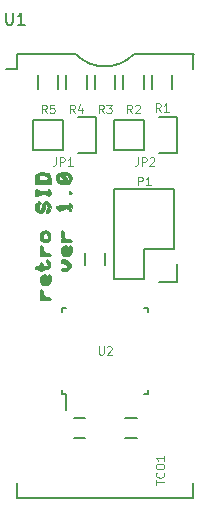
<source format=gto>
G04 #@! TF.FileFunction,Legend,Top*
%FSLAX46Y46*%
G04 Gerber Fmt 4.6, Leading zero omitted, Abs format (unit mm)*
G04 Created by KiCad (PCBNEW 4.0.2-stable) date 6/14/2016 9:54:22 PM*
%MOMM*%
G01*
G04 APERTURE LIST*
%ADD10C,0.100000*%
%ADD11C,0.150000*%
%ADD12C,0.010000*%
G04 APERTURE END LIST*
D10*
D11*
X156058500Y-135009000D02*
X156058500Y-136009000D01*
X157758500Y-136009000D02*
X157758500Y-135009000D01*
X155075000Y-150646500D02*
X156075000Y-150646500D01*
X156075000Y-148946500D02*
X155075000Y-148946500D01*
X160456500Y-148946500D02*
X159456500Y-148946500D01*
X159456500Y-150646500D02*
X160456500Y-150646500D01*
X154178000Y-126238000D02*
X151638000Y-126238000D01*
X156998000Y-126518000D02*
X155448000Y-126518000D01*
X154178000Y-126238000D02*
X154178000Y-123698000D01*
X155448000Y-123418000D02*
X156998000Y-123418000D01*
X156998000Y-123418000D02*
X156998000Y-126518000D01*
X154178000Y-123698000D02*
X151638000Y-123698000D01*
X151638000Y-123698000D02*
X151638000Y-126238000D01*
X161036000Y-126238000D02*
X158496000Y-126238000D01*
X163856000Y-126518000D02*
X162306000Y-126518000D01*
X161036000Y-126238000D02*
X161036000Y-123698000D01*
X162306000Y-123418000D02*
X163856000Y-123418000D01*
X163856000Y-123418000D02*
X163856000Y-126518000D01*
X161036000Y-123698000D02*
X158496000Y-123698000D01*
X158496000Y-123698000D02*
X158496000Y-126238000D01*
X163435000Y-119923000D02*
X163435000Y-121123000D01*
X161685000Y-121123000D02*
X161685000Y-119923000D01*
X159272000Y-121123000D02*
X159272000Y-119923000D01*
X161022000Y-119923000D02*
X161022000Y-121123000D01*
X156859000Y-121123000D02*
X156859000Y-119923000D01*
X158609000Y-119923000D02*
X158609000Y-121123000D01*
X154446000Y-121123000D02*
X154446000Y-119923000D01*
X156196000Y-119923000D02*
X156196000Y-121123000D01*
X153783000Y-119923000D02*
X153783000Y-121123000D01*
X152033000Y-121123000D02*
X152033000Y-119923000D01*
X154109000Y-146881000D02*
X154434000Y-146881000D01*
X154109000Y-139631000D02*
X154434000Y-139631000D01*
X161359000Y-139631000D02*
X161034000Y-139631000D01*
X161359000Y-146881000D02*
X161034000Y-146881000D01*
X154109000Y-146881000D02*
X154109000Y-146556000D01*
X161359000Y-146881000D02*
X161359000Y-146556000D01*
X161359000Y-139631000D02*
X161359000Y-139956000D01*
X154109000Y-139631000D02*
X154109000Y-139956000D01*
X154434000Y-146881000D02*
X154434000Y-148306000D01*
X163576000Y-134620000D02*
X163576000Y-129540000D01*
X163856000Y-137440000D02*
X162306000Y-137440000D01*
X161036000Y-137160000D02*
X161036000Y-134620000D01*
X161036000Y-134620000D02*
X163576000Y-134620000D01*
X163576000Y-129540000D02*
X158496000Y-129540000D01*
X158496000Y-129540000D02*
X158496000Y-134620000D01*
X163856000Y-137440000D02*
X163856000Y-135890000D01*
X158496000Y-137160000D02*
X161036000Y-137160000D01*
X158496000Y-134620000D02*
X158496000Y-137160000D01*
D12*
G36*
X153999482Y-135561625D02*
X154128889Y-135514535D01*
X154262667Y-135509000D01*
X154478399Y-135537351D01*
X154558967Y-135615317D01*
X154559000Y-135617309D01*
X154621526Y-135746262D01*
X154728334Y-135847666D01*
X154865494Y-135983926D01*
X154863648Y-136122113D01*
X154719281Y-136300669D01*
X154683847Y-136334500D01*
X154491666Y-136457753D01*
X154274907Y-136520119D01*
X154085709Y-136516982D01*
X153976210Y-136443728D01*
X153966334Y-136398000D01*
X154040255Y-136296056D01*
X154184048Y-136271000D01*
X154406841Y-136231081D01*
X154539457Y-136132441D01*
X154549867Y-136006754D01*
X154507530Y-135951091D01*
X154340364Y-135870455D01*
X154181574Y-135847666D01*
X154013806Y-135809373D01*
X153966334Y-135678333D01*
X153999482Y-135561625D01*
X153999482Y-135561625D01*
G37*
X153999482Y-135561625D02*
X154128889Y-135514535D01*
X154262667Y-135509000D01*
X154478399Y-135537351D01*
X154558967Y-135615317D01*
X154559000Y-135617309D01*
X154621526Y-135746262D01*
X154728334Y-135847666D01*
X154865494Y-135983926D01*
X154863648Y-136122113D01*
X154719281Y-136300669D01*
X154683847Y-136334500D01*
X154491666Y-136457753D01*
X154274907Y-136520119D01*
X154085709Y-136516982D01*
X153976210Y-136443728D01*
X153966334Y-136398000D01*
X154040255Y-136296056D01*
X154184048Y-136271000D01*
X154406841Y-136231081D01*
X154539457Y-136132441D01*
X154549867Y-136006754D01*
X154507530Y-135951091D01*
X154340364Y-135870455D01*
X154181574Y-135847666D01*
X154013806Y-135809373D01*
X153966334Y-135678333D01*
X153999482Y-135561625D01*
G36*
X153977558Y-134683486D02*
X154081869Y-134471930D01*
X154266389Y-134341552D01*
X154378751Y-134323666D01*
X154491847Y-134355397D01*
X154553031Y-134478707D01*
X154581673Y-134683500D01*
X154614083Y-135043333D01*
X154628875Y-134683500D01*
X154660067Y-134435763D01*
X154732884Y-134330919D01*
X154770667Y-134323666D01*
X154852091Y-134396017D01*
X154892572Y-134573837D01*
X154892087Y-134798281D01*
X154850608Y-135010504D01*
X154771020Y-135149166D01*
X154560118Y-135240773D01*
X154304926Y-135237975D01*
X154273278Y-135223525D01*
X154273278Y-134928082D01*
X154287936Y-134815626D01*
X154288495Y-134789333D01*
X154279343Y-134644737D01*
X154252838Y-134632007D01*
X154249464Y-134639555D01*
X154232715Y-134807634D01*
X154246327Y-134893555D01*
X154273278Y-134928082D01*
X154273278Y-135223525D01*
X154096455Y-135142787D01*
X154087286Y-135134047D01*
X153972888Y-134922199D01*
X153977558Y-134683486D01*
X153977558Y-134683486D01*
G37*
X153977558Y-134683486D02*
X154081869Y-134471930D01*
X154266389Y-134341552D01*
X154378751Y-134323666D01*
X154491847Y-134355397D01*
X154553031Y-134478707D01*
X154581673Y-134683500D01*
X154614083Y-135043333D01*
X154628875Y-134683500D01*
X154660067Y-134435763D01*
X154732884Y-134330919D01*
X154770667Y-134323666D01*
X154852091Y-134396017D01*
X154892572Y-134573837D01*
X154892087Y-134798281D01*
X154850608Y-135010504D01*
X154771020Y-135149166D01*
X154560118Y-135240773D01*
X154304926Y-135237975D01*
X154273278Y-135223525D01*
X154273278Y-134928082D01*
X154287936Y-134815626D01*
X154288495Y-134789333D01*
X154279343Y-134644737D01*
X154252838Y-134632007D01*
X154249464Y-134639555D01*
X154232715Y-134807634D01*
X154246327Y-134893555D01*
X154273278Y-134928082D01*
X154273278Y-135223525D01*
X154096455Y-135142787D01*
X154087286Y-135134047D01*
X153972888Y-134922199D01*
X153977558Y-134683486D01*
G36*
X153969961Y-133284312D02*
X154016296Y-133117558D01*
X154093334Y-133053666D01*
X154193098Y-133127555D01*
X154220334Y-133313714D01*
X154282967Y-133600631D01*
X154462109Y-133771766D01*
X154679953Y-133815666D01*
X154854713Y-133858788D01*
X154897667Y-133942666D01*
X154855860Y-134019255D01*
X154709164Y-134058686D01*
X154432000Y-134069666D01*
X154146085Y-134056927D01*
X154000421Y-134013986D01*
X153966334Y-133949722D01*
X154030349Y-133813764D01*
X154072167Y-133787073D01*
X154134559Y-133748819D01*
X154072167Y-133737684D01*
X153995836Y-133660965D01*
X153962454Y-133487644D01*
X153969961Y-133284312D01*
X153969961Y-133284312D01*
G37*
X153969961Y-133284312D02*
X154016296Y-133117558D01*
X154093334Y-133053666D01*
X154193098Y-133127555D01*
X154220334Y-133313714D01*
X154282967Y-133600631D01*
X154462109Y-133771766D01*
X154679953Y-133815666D01*
X154854713Y-133858788D01*
X154897667Y-133942666D01*
X154855860Y-134019255D01*
X154709164Y-134058686D01*
X154432000Y-134069666D01*
X154146085Y-134056927D01*
X154000421Y-134013986D01*
X153966334Y-133949722D01*
X154030349Y-133813764D01*
X154072167Y-133787073D01*
X154134559Y-133748819D01*
X154072167Y-133737684D01*
X153995836Y-133660965D01*
X153962454Y-133487644D01*
X153969961Y-133284312D01*
G36*
X153689410Y-130960097D02*
X153962492Y-130938255D01*
X154093334Y-130937000D01*
X154380916Y-130925037D01*
X154577810Y-130893348D01*
X154643667Y-130852333D01*
X154712243Y-130777219D01*
X154770667Y-130767666D01*
X154858974Y-130823590D01*
X154895362Y-131008969D01*
X154897667Y-131106333D01*
X154876696Y-131341818D01*
X154807178Y-131438853D01*
X154770667Y-131445000D01*
X154658418Y-131377227D01*
X154643667Y-131318000D01*
X154575328Y-131223331D01*
X154411634Y-131189214D01*
X154214567Y-131213601D01*
X154046108Y-131294446D01*
X154002767Y-131339166D01*
X153915982Y-131432218D01*
X153831792Y-131411670D01*
X153718266Y-131300373D01*
X153580640Y-131128230D01*
X153566573Y-131019113D01*
X153689410Y-130960097D01*
X153689410Y-130960097D01*
G37*
X153689410Y-130960097D02*
X153962492Y-130938255D01*
X154093334Y-130937000D01*
X154380916Y-130925037D01*
X154577810Y-130893348D01*
X154643667Y-130852333D01*
X154712243Y-130777219D01*
X154770667Y-130767666D01*
X154858974Y-130823590D01*
X154895362Y-131008969D01*
X154897667Y-131106333D01*
X154876696Y-131341818D01*
X154807178Y-131438853D01*
X154770667Y-131445000D01*
X154658418Y-131377227D01*
X154643667Y-131318000D01*
X154575328Y-131223331D01*
X154411634Y-131189214D01*
X154214567Y-131213601D01*
X154046108Y-131294446D01*
X154002767Y-131339166D01*
X153915982Y-131432218D01*
X153831792Y-131411670D01*
X153718266Y-131300373D01*
X153580640Y-131128230D01*
X153566573Y-131019113D01*
X153689410Y-130960097D01*
G36*
X154711440Y-129766418D02*
X154770667Y-129751666D01*
X154882915Y-129819439D01*
X154897667Y-129878666D01*
X154829894Y-129990915D01*
X154770667Y-130005666D01*
X154658418Y-129937894D01*
X154643667Y-129878666D01*
X154711440Y-129766418D01*
X154711440Y-129766418D01*
G37*
X154711440Y-129766418D02*
X154770667Y-129751666D01*
X154882915Y-129819439D01*
X154897667Y-129878666D01*
X154829894Y-129990915D01*
X154770667Y-130005666D01*
X154658418Y-129937894D01*
X154643667Y-129878666D01*
X154711440Y-129766418D01*
G36*
X153659596Y-128268396D02*
X153663953Y-128263952D01*
X153835412Y-128184132D01*
X154102510Y-128146358D01*
X154396855Y-128150630D01*
X154650057Y-128196947D01*
X154776714Y-128263952D01*
X154853758Y-128407070D01*
X154892348Y-128603284D01*
X154888831Y-128788042D01*
X154839554Y-128896793D01*
X154813000Y-128905000D01*
X154737886Y-128973576D01*
X154728334Y-129032000D01*
X154655581Y-129121200D01*
X154604199Y-129133654D01*
X154604199Y-128778082D01*
X154640177Y-128737725D01*
X154643667Y-128614714D01*
X154614388Y-128454895D01*
X154491944Y-128401026D01*
X154410834Y-128398296D01*
X154271691Y-128417398D01*
X154263077Y-128461539D01*
X154263429Y-128461796D01*
X154386081Y-128568860D01*
X154496263Y-128678214D01*
X154604199Y-128778082D01*
X154604199Y-129133654D01*
X154471786Y-129165749D01*
X154228643Y-129167801D01*
X154054849Y-129141267D01*
X154054849Y-128820333D01*
X154312697Y-128820333D01*
X154101030Y-128608666D01*
X153948444Y-128467855D01*
X153850203Y-128398510D01*
X153843182Y-128397000D01*
X153808431Y-128469640D01*
X153797000Y-128608666D01*
X153823779Y-128759132D01*
X153938274Y-128814843D01*
X154054849Y-128820333D01*
X154054849Y-129141267D01*
X153977847Y-129129510D01*
X153771092Y-129053028D01*
X153688817Y-128988699D01*
X153567672Y-128747756D01*
X153557102Y-128483472D01*
X153659596Y-128268396D01*
X153659596Y-128268396D01*
G37*
X153659596Y-128268396D02*
X153663953Y-128263952D01*
X153835412Y-128184132D01*
X154102510Y-128146358D01*
X154396855Y-128150630D01*
X154650057Y-128196947D01*
X154776714Y-128263952D01*
X154853758Y-128407070D01*
X154892348Y-128603284D01*
X154888831Y-128788042D01*
X154839554Y-128896793D01*
X154813000Y-128905000D01*
X154737886Y-128973576D01*
X154728334Y-129032000D01*
X154655581Y-129121200D01*
X154604199Y-129133654D01*
X154604199Y-128778082D01*
X154640177Y-128737725D01*
X154643667Y-128614714D01*
X154614388Y-128454895D01*
X154491944Y-128401026D01*
X154410834Y-128398296D01*
X154271691Y-128417398D01*
X154263077Y-128461539D01*
X154263429Y-128461796D01*
X154386081Y-128568860D01*
X154496263Y-128678214D01*
X154604199Y-128778082D01*
X154604199Y-129133654D01*
X154471786Y-129165749D01*
X154228643Y-129167801D01*
X154054849Y-129141267D01*
X154054849Y-128820333D01*
X154312697Y-128820333D01*
X154101030Y-128608666D01*
X153948444Y-128467855D01*
X153850203Y-128398510D01*
X153843182Y-128397000D01*
X153808431Y-128469640D01*
X153797000Y-128608666D01*
X153823779Y-128759132D01*
X153938274Y-128814843D01*
X154054849Y-128820333D01*
X154054849Y-129141267D01*
X153977847Y-129129510D01*
X153771092Y-129053028D01*
X153688817Y-128988699D01*
X153567672Y-128747756D01*
X153557102Y-128483472D01*
X153659596Y-128268396D01*
G36*
X152199345Y-138217869D02*
X152257195Y-138079306D01*
X152315334Y-138049000D01*
X152417277Y-138122922D01*
X152442334Y-138266714D01*
X152487612Y-138481518D01*
X152563286Y-138605381D01*
X152738968Y-138699561D01*
X152901953Y-138726333D01*
X153076713Y-138769454D01*
X153119667Y-138853333D01*
X153077860Y-138929922D01*
X152931164Y-138969353D01*
X152654000Y-138980333D01*
X152368085Y-138967594D01*
X152222421Y-138924653D01*
X152188334Y-138860389D01*
X152252349Y-138724430D01*
X152294167Y-138697740D01*
X152356559Y-138659486D01*
X152294167Y-138648351D01*
X152215347Y-138572714D01*
X152184568Y-138405779D01*
X152199345Y-138217869D01*
X152199345Y-138217869D01*
G37*
X152199345Y-138217869D02*
X152257195Y-138079306D01*
X152315334Y-138049000D01*
X152417277Y-138122922D01*
X152442334Y-138266714D01*
X152487612Y-138481518D01*
X152563286Y-138605381D01*
X152738968Y-138699561D01*
X152901953Y-138726333D01*
X153076713Y-138769454D01*
X153119667Y-138853333D01*
X153077860Y-138929922D01*
X152931164Y-138969353D01*
X152654000Y-138980333D01*
X152368085Y-138967594D01*
X152222421Y-138924653D01*
X152188334Y-138860389D01*
X152252349Y-138724430D01*
X152294167Y-138697740D01*
X152356559Y-138659486D01*
X152294167Y-138648351D01*
X152215347Y-138572714D01*
X152184568Y-138405779D01*
X152199345Y-138217869D01*
G36*
X152199558Y-137138819D02*
X152303869Y-136927263D01*
X152488389Y-136796885D01*
X152600751Y-136779000D01*
X152713847Y-136810730D01*
X152775031Y-136934040D01*
X152803673Y-137138833D01*
X152836083Y-137498666D01*
X152850875Y-137138833D01*
X152882067Y-136891096D01*
X152954884Y-136786252D01*
X152992667Y-136779000D01*
X153074091Y-136851350D01*
X153114572Y-137029170D01*
X153114087Y-137253614D01*
X153072608Y-137465837D01*
X152993020Y-137604500D01*
X152782118Y-137696106D01*
X152526926Y-137693309D01*
X152495278Y-137678859D01*
X152495278Y-137383416D01*
X152509936Y-137270959D01*
X152510495Y-137244666D01*
X152501343Y-137100071D01*
X152474838Y-137087340D01*
X152471464Y-137094888D01*
X152454715Y-137262968D01*
X152468327Y-137348888D01*
X152495278Y-137383416D01*
X152495278Y-137678859D01*
X152318455Y-137598120D01*
X152309286Y-137589381D01*
X152194888Y-137377532D01*
X152199558Y-137138819D01*
X152199558Y-137138819D01*
G37*
X152199558Y-137138819D02*
X152303869Y-136927263D01*
X152488389Y-136796885D01*
X152600751Y-136779000D01*
X152713847Y-136810730D01*
X152775031Y-136934040D01*
X152803673Y-137138833D01*
X152836083Y-137498666D01*
X152850875Y-137138833D01*
X152882067Y-136891096D01*
X152954884Y-136786252D01*
X152992667Y-136779000D01*
X153074091Y-136851350D01*
X153114572Y-137029170D01*
X153114087Y-137253614D01*
X153072608Y-137465837D01*
X152993020Y-137604500D01*
X152782118Y-137696106D01*
X152526926Y-137693309D01*
X152495278Y-137678859D01*
X152495278Y-137383416D01*
X152509936Y-137270959D01*
X152510495Y-137244666D01*
X152501343Y-137100071D01*
X152474838Y-137087340D01*
X152471464Y-137094888D01*
X152454715Y-137262968D01*
X152468327Y-137348888D01*
X152495278Y-137383416D01*
X152495278Y-137678859D01*
X152318455Y-137598120D01*
X152309286Y-137589381D01*
X152194888Y-137377532D01*
X152199558Y-137138819D01*
G36*
X151838601Y-136126523D02*
X151976667Y-136101666D01*
X152142648Y-136061980D01*
X152188334Y-135932333D01*
X152241273Y-135794429D01*
X152315334Y-135763000D01*
X152418762Y-135833586D01*
X152442334Y-135932333D01*
X152491942Y-136065118D01*
X152654000Y-136101666D01*
X152824239Y-136057506D01*
X152865667Y-135974666D01*
X152819949Y-135861995D01*
X152781000Y-135847666D01*
X152712210Y-135776754D01*
X152696334Y-135678333D01*
X152749273Y-135540429D01*
X152823334Y-135509000D01*
X152935582Y-135576773D01*
X152950334Y-135636000D01*
X152996051Y-135748672D01*
X153035000Y-135763000D01*
X153103797Y-135829172D01*
X153111124Y-135981712D01*
X153062929Y-136151649D01*
X152993020Y-136249833D01*
X152817316Y-136332657D01*
X152657574Y-136355666D01*
X152496757Y-136384210D01*
X152442334Y-136440333D01*
X152373757Y-136515448D01*
X152315334Y-136525000D01*
X152202662Y-136479282D01*
X152188334Y-136440333D01*
X152115877Y-136376687D01*
X151976667Y-136355666D01*
X151806428Y-136311506D01*
X151765000Y-136228666D01*
X151838601Y-136126523D01*
X151838601Y-136126523D01*
G37*
X151838601Y-136126523D02*
X151976667Y-136101666D01*
X152142648Y-136061980D01*
X152188334Y-135932333D01*
X152241273Y-135794429D01*
X152315334Y-135763000D01*
X152418762Y-135833586D01*
X152442334Y-135932333D01*
X152491942Y-136065118D01*
X152654000Y-136101666D01*
X152824239Y-136057506D01*
X152865667Y-135974666D01*
X152819949Y-135861995D01*
X152781000Y-135847666D01*
X152712210Y-135776754D01*
X152696334Y-135678333D01*
X152749273Y-135540429D01*
X152823334Y-135509000D01*
X152935582Y-135576773D01*
X152950334Y-135636000D01*
X152996051Y-135748672D01*
X153035000Y-135763000D01*
X153103797Y-135829172D01*
X153111124Y-135981712D01*
X153062929Y-136151649D01*
X152993020Y-136249833D01*
X152817316Y-136332657D01*
X152657574Y-136355666D01*
X152496757Y-136384210D01*
X152442334Y-136440333D01*
X152373757Y-136515448D01*
X152315334Y-136525000D01*
X152202662Y-136479282D01*
X152188334Y-136440333D01*
X152115877Y-136376687D01*
X151976667Y-136355666D01*
X151806428Y-136311506D01*
X151765000Y-136228666D01*
X151838601Y-136126523D01*
G36*
X152199345Y-134492535D02*
X152257195Y-134353973D01*
X152315334Y-134323666D01*
X152417277Y-134397588D01*
X152442334Y-134541381D01*
X152487612Y-134756185D01*
X152563286Y-134880047D01*
X152738968Y-134974228D01*
X152901953Y-135001000D01*
X153076713Y-135044121D01*
X153119667Y-135128000D01*
X153077860Y-135204588D01*
X152931164Y-135244019D01*
X152654000Y-135255000D01*
X152368085Y-135242260D01*
X152222421Y-135199320D01*
X152188334Y-135135055D01*
X152252349Y-134999097D01*
X152294167Y-134972406D01*
X152356559Y-134934153D01*
X152294167Y-134923017D01*
X152215347Y-134847380D01*
X152184568Y-134680445D01*
X152199345Y-134492535D01*
X152199345Y-134492535D01*
G37*
X152199345Y-134492535D02*
X152257195Y-134353973D01*
X152315334Y-134323666D01*
X152417277Y-134397588D01*
X152442334Y-134541381D01*
X152487612Y-134756185D01*
X152563286Y-134880047D01*
X152738968Y-134974228D01*
X152901953Y-135001000D01*
X153076713Y-135044121D01*
X153119667Y-135128000D01*
X153077860Y-135204588D01*
X152931164Y-135244019D01*
X152654000Y-135255000D01*
X152368085Y-135242260D01*
X152222421Y-135199320D01*
X152188334Y-135135055D01*
X152252349Y-134999097D01*
X152294167Y-134972406D01*
X152356559Y-134934153D01*
X152294167Y-134923017D01*
X152215347Y-134847380D01*
X152184568Y-134680445D01*
X152199345Y-134492535D01*
G36*
X152225245Y-133333832D02*
X152309286Y-133174619D01*
X152514236Y-133072655D01*
X152768503Y-133067692D01*
X152982608Y-133159731D01*
X152998714Y-133174619D01*
X153089272Y-133360044D01*
X153111700Y-133612118D01*
X153066590Y-133848993D01*
X152993020Y-133963833D01*
X152782118Y-134055439D01*
X152654000Y-134054035D01*
X152654000Y-133815666D01*
X152805272Y-133788329D01*
X152860612Y-133672121D01*
X152865667Y-133561666D01*
X152842886Y-133380140D01*
X152746046Y-133313732D01*
X152654000Y-133307666D01*
X152502728Y-133335004D01*
X152447388Y-133451212D01*
X152442334Y-133561666D01*
X152465115Y-133743193D01*
X152561955Y-133809601D01*
X152654000Y-133815666D01*
X152654000Y-134054035D01*
X152526926Y-134052642D01*
X152318455Y-133957454D01*
X152309286Y-133948714D01*
X152222503Y-133780725D01*
X152188334Y-133561666D01*
X152225245Y-133333832D01*
X152225245Y-133333832D01*
G37*
X152225245Y-133333832D02*
X152309286Y-133174619D01*
X152514236Y-133072655D01*
X152768503Y-133067692D01*
X152982608Y-133159731D01*
X152998714Y-133174619D01*
X153089272Y-133360044D01*
X153111700Y-133612118D01*
X153066590Y-133848993D01*
X152993020Y-133963833D01*
X152782118Y-134055439D01*
X152654000Y-134054035D01*
X152654000Y-133815666D01*
X152805272Y-133788329D01*
X152860612Y-133672121D01*
X152865667Y-133561666D01*
X152842886Y-133380140D01*
X152746046Y-133313732D01*
X152654000Y-133307666D01*
X152502728Y-133335004D01*
X152447388Y-133451212D01*
X152442334Y-133561666D01*
X152465115Y-133743193D01*
X152561955Y-133809601D01*
X152654000Y-133815666D01*
X152654000Y-134054035D01*
X152526926Y-134052642D01*
X152318455Y-133957454D01*
X152309286Y-133948714D01*
X152222503Y-133780725D01*
X152188334Y-133561666D01*
X152225245Y-133333832D01*
G36*
X151769702Y-130909617D02*
X151835026Y-130785716D01*
X151892000Y-130767666D01*
X152004672Y-130721949D01*
X152019000Y-130683000D01*
X152087577Y-130607885D01*
X152146000Y-130598333D01*
X152258249Y-130666106D01*
X152273000Y-130725333D01*
X152227283Y-130838005D01*
X152188334Y-130852333D01*
X152128886Y-130925906D01*
X152103673Y-131103173D01*
X152103667Y-131106333D01*
X152141531Y-131307985D01*
X152230667Y-131360333D01*
X152330431Y-131286444D01*
X152357667Y-131100286D01*
X152415084Y-130828378D01*
X152567106Y-130648745D01*
X152738667Y-130598333D01*
X152925356Y-130671655D01*
X153058248Y-130855105D01*
X153122038Y-131093912D01*
X153101418Y-131333304D01*
X152993020Y-131508500D01*
X152826669Y-131605665D01*
X152718808Y-131574537D01*
X152696334Y-131487333D01*
X152742051Y-131374661D01*
X152781000Y-131360333D01*
X152840447Y-131286761D01*
X152865660Y-131109493D01*
X152865667Y-131106333D01*
X152827803Y-130904681D01*
X152738667Y-130852333D01*
X152638903Y-130926222D01*
X152611667Y-131112381D01*
X152554222Y-131397490D01*
X152403366Y-131565276D01*
X152191314Y-131598774D01*
X151950284Y-131481022D01*
X151935301Y-131468517D01*
X151823377Y-131308266D01*
X151766998Y-131102883D01*
X151769702Y-130909617D01*
X151769702Y-130909617D01*
G37*
X151769702Y-130909617D02*
X151835026Y-130785716D01*
X151892000Y-130767666D01*
X152004672Y-130721949D01*
X152019000Y-130683000D01*
X152087577Y-130607885D01*
X152146000Y-130598333D01*
X152258249Y-130666106D01*
X152273000Y-130725333D01*
X152227283Y-130838005D01*
X152188334Y-130852333D01*
X152128886Y-130925906D01*
X152103673Y-131103173D01*
X152103667Y-131106333D01*
X152141531Y-131307985D01*
X152230667Y-131360333D01*
X152330431Y-131286444D01*
X152357667Y-131100286D01*
X152415084Y-130828378D01*
X152567106Y-130648745D01*
X152738667Y-130598333D01*
X152925356Y-130671655D01*
X153058248Y-130855105D01*
X153122038Y-131093912D01*
X153101418Y-131333304D01*
X152993020Y-131508500D01*
X152826669Y-131605665D01*
X152718808Y-131574537D01*
X152696334Y-131487333D01*
X152742051Y-131374661D01*
X152781000Y-131360333D01*
X152840447Y-131286761D01*
X152865660Y-131109493D01*
X152865667Y-131106333D01*
X152827803Y-130904681D01*
X152738667Y-130852333D01*
X152638903Y-130926222D01*
X152611667Y-131112381D01*
X152554222Y-131397490D01*
X152403366Y-131565276D01*
X152191314Y-131598774D01*
X151950284Y-131481022D01*
X151935301Y-131468517D01*
X151823377Y-131308266D01*
X151766998Y-131102883D01*
X151769702Y-130909617D01*
G36*
X151783942Y-129674427D02*
X151857889Y-129592020D01*
X151934334Y-129582333D01*
X152071914Y-129617789D01*
X152103667Y-129667000D01*
X152179341Y-129717493D01*
X152370805Y-129747782D01*
X152484667Y-129751666D01*
X152711886Y-129734850D01*
X152848184Y-129692303D01*
X152865667Y-129667000D01*
X152934243Y-129591885D01*
X152992667Y-129582333D01*
X153086598Y-129646593D01*
X153119437Y-129851678D01*
X153119667Y-129878666D01*
X153092127Y-130097840D01*
X153004233Y-130174464D01*
X152992667Y-130175000D01*
X152879995Y-130129282D01*
X152865667Y-130090333D01*
X152789993Y-130039840D01*
X152598529Y-130009551D01*
X152484667Y-130005666D01*
X152257447Y-130022483D01*
X152121149Y-130065030D01*
X152103667Y-130090333D01*
X152032754Y-130159123D01*
X151934334Y-130175000D01*
X151817625Y-130141852D01*
X151770535Y-130012444D01*
X151765000Y-129878666D01*
X151783942Y-129674427D01*
X151783942Y-129674427D01*
G37*
X151783942Y-129674427D02*
X151857889Y-129592020D01*
X151934334Y-129582333D01*
X152071914Y-129617789D01*
X152103667Y-129667000D01*
X152179341Y-129717493D01*
X152370805Y-129747782D01*
X152484667Y-129751666D01*
X152711886Y-129734850D01*
X152848184Y-129692303D01*
X152865667Y-129667000D01*
X152934243Y-129591885D01*
X152992667Y-129582333D01*
X153086598Y-129646593D01*
X153119437Y-129851678D01*
X153119667Y-129878666D01*
X153092127Y-130097840D01*
X153004233Y-130174464D01*
X152992667Y-130175000D01*
X152879995Y-130129282D01*
X152865667Y-130090333D01*
X152789993Y-130039840D01*
X152598529Y-130009551D01*
X152484667Y-130005666D01*
X152257447Y-130022483D01*
X152121149Y-130065030D01*
X152103667Y-130090333D01*
X152032754Y-130159123D01*
X151934334Y-130175000D01*
X151817625Y-130141852D01*
X151770535Y-130012444D01*
X151765000Y-129878666D01*
X151783942Y-129674427D01*
G36*
X151812614Y-128341365D02*
X151887361Y-128312333D01*
X152002979Y-128268024D01*
X152019000Y-128227666D01*
X152092870Y-128171011D01*
X152277580Y-128144791D01*
X152517783Y-128146956D01*
X152758133Y-128175458D01*
X152943281Y-128228246D01*
X152998714Y-128263952D01*
X153076939Y-128428205D01*
X153117342Y-128691734D01*
X153119667Y-128775514D01*
X153119667Y-129166123D01*
X152484667Y-129142193D01*
X152484667Y-128820333D01*
X152719774Y-128811560D01*
X152831165Y-128768437D01*
X152864212Y-128665758D01*
X152865667Y-128608666D01*
X152849875Y-128478051D01*
X152772253Y-128416167D01*
X152587431Y-128397808D01*
X152484667Y-128397000D01*
X152249560Y-128405773D01*
X152138168Y-128448896D01*
X152105122Y-128551575D01*
X152103667Y-128608666D01*
X152119458Y-128739282D01*
X152197080Y-128801166D01*
X152381903Y-128819525D01*
X152484667Y-128820333D01*
X152484667Y-129142193D01*
X152463500Y-129141395D01*
X151807334Y-129116666D01*
X151781528Y-128714500D01*
X151777140Y-128463049D01*
X151812614Y-128341365D01*
X151812614Y-128341365D01*
G37*
X151812614Y-128341365D02*
X151887361Y-128312333D01*
X152002979Y-128268024D01*
X152019000Y-128227666D01*
X152092870Y-128171011D01*
X152277580Y-128144791D01*
X152517783Y-128146956D01*
X152758133Y-128175458D01*
X152943281Y-128228246D01*
X152998714Y-128263952D01*
X153076939Y-128428205D01*
X153117342Y-128691734D01*
X153119667Y-128775514D01*
X153119667Y-129166123D01*
X152484667Y-129142193D01*
X152484667Y-128820333D01*
X152719774Y-128811560D01*
X152831165Y-128768437D01*
X152864212Y-128665758D01*
X152865667Y-128608666D01*
X152849875Y-128478051D01*
X152772253Y-128416167D01*
X152587431Y-128397808D01*
X152484667Y-128397000D01*
X152249560Y-128405773D01*
X152138168Y-128448896D01*
X152105122Y-128551575D01*
X152103667Y-128608666D01*
X152119458Y-128739282D01*
X152197080Y-128801166D01*
X152381903Y-128819525D01*
X152484667Y-128820333D01*
X152484667Y-129142193D01*
X152463500Y-129141395D01*
X151807334Y-129116666D01*
X151781528Y-128714500D01*
X151777140Y-128463049D01*
X151812614Y-128341365D01*
D11*
X150266400Y-118110000D02*
X155244800Y-118110000D01*
X165227000Y-118110000D02*
X160172400Y-118110000D01*
X155295600Y-118186200D02*
G75*
G03X160147000Y-118160800I2413000J2438400D01*
G01*
X150249000Y-118101000D02*
X150249000Y-119371000D01*
X165219000Y-118101000D02*
X165219000Y-119371000D01*
X165219000Y-155711000D02*
X165219000Y-154441000D01*
X150249000Y-155711000D02*
X150249000Y-154441000D01*
X150249000Y-155711000D02*
X165219000Y-155711000D01*
X150249000Y-119371000D02*
X149314000Y-119371000D01*
D10*
X153594667Y-126870667D02*
X153594667Y-127370667D01*
X153561333Y-127470667D01*
X153494667Y-127537333D01*
X153394667Y-127570667D01*
X153328000Y-127570667D01*
X153928000Y-127570667D02*
X153928000Y-126870667D01*
X154194666Y-126870667D01*
X154261333Y-126904000D01*
X154294666Y-126937333D01*
X154328000Y-127004000D01*
X154328000Y-127104000D01*
X154294666Y-127170667D01*
X154261333Y-127204000D01*
X154194666Y-127237333D01*
X153928000Y-127237333D01*
X154994666Y-127570667D02*
X154594666Y-127570667D01*
X154794666Y-127570667D02*
X154794666Y-126870667D01*
X154728000Y-126970667D01*
X154661333Y-127037333D01*
X154594666Y-127070667D01*
X160516167Y-126870667D02*
X160516167Y-127370667D01*
X160482833Y-127470667D01*
X160416167Y-127537333D01*
X160316167Y-127570667D01*
X160249500Y-127570667D01*
X160849500Y-127570667D02*
X160849500Y-126870667D01*
X161116166Y-126870667D01*
X161182833Y-126904000D01*
X161216166Y-126937333D01*
X161249500Y-127004000D01*
X161249500Y-127104000D01*
X161216166Y-127170667D01*
X161182833Y-127204000D01*
X161116166Y-127237333D01*
X160849500Y-127237333D01*
X161516166Y-126937333D02*
X161549500Y-126904000D01*
X161616166Y-126870667D01*
X161782833Y-126870667D01*
X161849500Y-126904000D01*
X161882833Y-126937333D01*
X161916166Y-127004000D01*
X161916166Y-127070667D01*
X161882833Y-127170667D01*
X161482833Y-127570667D01*
X161916166Y-127570667D01*
X162443334Y-122998667D02*
X162210000Y-122665333D01*
X162043334Y-122998667D02*
X162043334Y-122298667D01*
X162310000Y-122298667D01*
X162376667Y-122332000D01*
X162410000Y-122365333D01*
X162443334Y-122432000D01*
X162443334Y-122532000D01*
X162410000Y-122598667D01*
X162376667Y-122632000D01*
X162310000Y-122665333D01*
X162043334Y-122665333D01*
X163110000Y-122998667D02*
X162710000Y-122998667D01*
X162910000Y-122998667D02*
X162910000Y-122298667D01*
X162843334Y-122398667D01*
X162776667Y-122465333D01*
X162710000Y-122498667D01*
X160030334Y-123125667D02*
X159797000Y-122792333D01*
X159630334Y-123125667D02*
X159630334Y-122425667D01*
X159897000Y-122425667D01*
X159963667Y-122459000D01*
X159997000Y-122492333D01*
X160030334Y-122559000D01*
X160030334Y-122659000D01*
X159997000Y-122725667D01*
X159963667Y-122759000D01*
X159897000Y-122792333D01*
X159630334Y-122792333D01*
X160297000Y-122492333D02*
X160330334Y-122459000D01*
X160397000Y-122425667D01*
X160563667Y-122425667D01*
X160630334Y-122459000D01*
X160663667Y-122492333D01*
X160697000Y-122559000D01*
X160697000Y-122625667D01*
X160663667Y-122725667D01*
X160263667Y-123125667D01*
X160697000Y-123125667D01*
X157617334Y-123125667D02*
X157384000Y-122792333D01*
X157217334Y-123125667D02*
X157217334Y-122425667D01*
X157484000Y-122425667D01*
X157550667Y-122459000D01*
X157584000Y-122492333D01*
X157617334Y-122559000D01*
X157617334Y-122659000D01*
X157584000Y-122725667D01*
X157550667Y-122759000D01*
X157484000Y-122792333D01*
X157217334Y-122792333D01*
X157850667Y-122425667D02*
X158284000Y-122425667D01*
X158050667Y-122692333D01*
X158150667Y-122692333D01*
X158217334Y-122725667D01*
X158250667Y-122759000D01*
X158284000Y-122825667D01*
X158284000Y-122992333D01*
X158250667Y-123059000D01*
X158217334Y-123092333D01*
X158150667Y-123125667D01*
X157950667Y-123125667D01*
X157884000Y-123092333D01*
X157850667Y-123059000D01*
X155204334Y-123125667D02*
X154971000Y-122792333D01*
X154804334Y-123125667D02*
X154804334Y-122425667D01*
X155071000Y-122425667D01*
X155137667Y-122459000D01*
X155171000Y-122492333D01*
X155204334Y-122559000D01*
X155204334Y-122659000D01*
X155171000Y-122725667D01*
X155137667Y-122759000D01*
X155071000Y-122792333D01*
X154804334Y-122792333D01*
X155804334Y-122659000D02*
X155804334Y-123125667D01*
X155637667Y-122392333D02*
X155471000Y-122892333D01*
X155904334Y-122892333D01*
X152791334Y-123125667D02*
X152558000Y-122792333D01*
X152391334Y-123125667D02*
X152391334Y-122425667D01*
X152658000Y-122425667D01*
X152724667Y-122459000D01*
X152758000Y-122492333D01*
X152791334Y-122559000D01*
X152791334Y-122659000D01*
X152758000Y-122725667D01*
X152724667Y-122759000D01*
X152658000Y-122792333D01*
X152391334Y-122792333D01*
X153424667Y-122425667D02*
X153091334Y-122425667D01*
X153058000Y-122759000D01*
X153091334Y-122725667D01*
X153158000Y-122692333D01*
X153324667Y-122692333D01*
X153391334Y-122725667D01*
X153424667Y-122759000D01*
X153458000Y-122825667D01*
X153458000Y-122992333D01*
X153424667Y-123059000D01*
X153391334Y-123092333D01*
X153324667Y-123125667D01*
X153158000Y-123125667D01*
X153091334Y-123092333D01*
X153058000Y-123059000D01*
X157200667Y-142872667D02*
X157200667Y-143439333D01*
X157234000Y-143506000D01*
X157267333Y-143539333D01*
X157334000Y-143572667D01*
X157467333Y-143572667D01*
X157534000Y-143539333D01*
X157567333Y-143506000D01*
X157600667Y-143439333D01*
X157600667Y-142872667D01*
X157900666Y-142939333D02*
X157934000Y-142906000D01*
X158000666Y-142872667D01*
X158167333Y-142872667D01*
X158234000Y-142906000D01*
X158267333Y-142939333D01*
X158300666Y-143006000D01*
X158300666Y-143072667D01*
X158267333Y-143172667D01*
X157867333Y-143572667D01*
X158300666Y-143572667D01*
X162049667Y-154602499D02*
X162049667Y-154202499D01*
X162749667Y-154402499D02*
X162049667Y-154402499D01*
X162683000Y-153569166D02*
X162716333Y-153602500D01*
X162749667Y-153702500D01*
X162749667Y-153769166D01*
X162716333Y-153869166D01*
X162649667Y-153935833D01*
X162583000Y-153969166D01*
X162449667Y-154002500D01*
X162349667Y-154002500D01*
X162216333Y-153969166D01*
X162149667Y-153935833D01*
X162083000Y-153869166D01*
X162049667Y-153769166D01*
X162049667Y-153702500D01*
X162083000Y-153602500D01*
X162116333Y-153569166D01*
X162049667Y-153135833D02*
X162049667Y-153002500D01*
X162083000Y-152935833D01*
X162149667Y-152869166D01*
X162283000Y-152835833D01*
X162516333Y-152835833D01*
X162649667Y-152869166D01*
X162716333Y-152935833D01*
X162749667Y-153002500D01*
X162749667Y-153135833D01*
X162716333Y-153202500D01*
X162649667Y-153269166D01*
X162516333Y-153302500D01*
X162283000Y-153302500D01*
X162149667Y-153269166D01*
X162083000Y-153202500D01*
X162049667Y-153135833D01*
X162749667Y-152169167D02*
X162749667Y-152569167D01*
X162749667Y-152369167D02*
X162049667Y-152369167D01*
X162149667Y-152435833D01*
X162216333Y-152502500D01*
X162249667Y-152569167D01*
X160519334Y-129221667D02*
X160519334Y-128521667D01*
X160786000Y-128521667D01*
X160852667Y-128555000D01*
X160886000Y-128588333D01*
X160919334Y-128655000D01*
X160919334Y-128755000D01*
X160886000Y-128821667D01*
X160852667Y-128855000D01*
X160786000Y-128888333D01*
X160519334Y-128888333D01*
X161586000Y-129221667D02*
X161186000Y-129221667D01*
X161386000Y-129221667D02*
X161386000Y-128521667D01*
X161319334Y-128621667D01*
X161252667Y-128688333D01*
X161186000Y-128721667D01*
D11*
X149352095Y-114628381D02*
X149352095Y-115437905D01*
X149399714Y-115533143D01*
X149447333Y-115580762D01*
X149542571Y-115628381D01*
X149733048Y-115628381D01*
X149828286Y-115580762D01*
X149875905Y-115533143D01*
X149923524Y-115437905D01*
X149923524Y-114628381D01*
X150923524Y-115628381D02*
X150352095Y-115628381D01*
X150637809Y-115628381D02*
X150637809Y-114628381D01*
X150542571Y-114771238D01*
X150447333Y-114866476D01*
X150352095Y-114914095D01*
M02*

</source>
